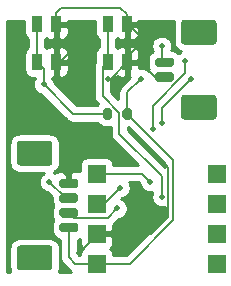
<source format=gbl>
G04 #@! TF.GenerationSoftware,KiCad,Pcbnew,(5.1.10)-1*
G04 #@! TF.CreationDate,2021-06-29T14:50:17+09:00*
G04 #@! TF.ProjectId,ble_spo2_dgmif,626c655f-7370-46f3-925f-64676d69662e,rev?*
G04 #@! TF.SameCoordinates,Original*
G04 #@! TF.FileFunction,Copper,L2,Bot*
G04 #@! TF.FilePolarity,Positive*
%FSLAX46Y46*%
G04 Gerber Fmt 4.6, Leading zero omitted, Abs format (unit mm)*
G04 Created by KiCad (PCBNEW (5.1.10)-1) date 2021-06-29 14:50:17*
%MOMM*%
%LPD*%
G01*
G04 APERTURE LIST*
G04 #@! TA.AperFunction,SMDPad,CuDef*
%ADD10R,0.812800X1.422400*%
G04 #@! TD*
G04 #@! TA.AperFunction,SMDPad,CuDef*
%ADD11R,1.524000X1.524000*%
G04 #@! TD*
G04 #@! TA.AperFunction,ViaPad*
%ADD12C,0.500000*%
G04 #@! TD*
G04 #@! TA.AperFunction,Conductor*
%ADD13C,0.203200*%
G04 #@! TD*
G04 #@! TA.AperFunction,Conductor*
%ADD14C,0.254000*%
G04 #@! TD*
G04 #@! TA.AperFunction,Conductor*
%ADD15C,0.100000*%
G04 #@! TD*
G04 APERTURE END LIST*
D10*
X103175000Y-131600200D03*
X104825000Y-131600200D03*
X104825000Y-128399800D03*
X103175000Y-128399800D03*
X109175000Y-131600200D03*
X110825000Y-131600200D03*
X110825000Y-128399800D03*
X109175000Y-128399800D03*
G04 #@! TA.AperFunction,SMDPad,CuDef*
G36*
G01*
X108775000Y-136275000D02*
X108775000Y-135725000D01*
G75*
G02*
X108975000Y-135525000I200000J0D01*
G01*
X109375000Y-135525000D01*
G75*
G02*
X109575000Y-135725000I0J-200000D01*
G01*
X109575000Y-136275000D01*
G75*
G02*
X109375000Y-136475000I-200000J0D01*
G01*
X108975000Y-136475000D01*
G75*
G02*
X108775000Y-136275000I0J200000D01*
G01*
G37*
G04 #@! TD.AperFunction*
G04 #@! TA.AperFunction,SMDPad,CuDef*
G36*
G01*
X110425000Y-136275000D02*
X110425000Y-135725000D01*
G75*
G02*
X110625000Y-135525000I200000J0D01*
G01*
X111025000Y-135525000D01*
G75*
G02*
X111225000Y-135725000I0J-200000D01*
G01*
X111225000Y-136275000D01*
G75*
G02*
X111025000Y-136475000I-200000J0D01*
G01*
X110625000Y-136475000D01*
G75*
G02*
X110425000Y-136275000I0J200000D01*
G01*
G37*
G04 #@! TD.AperFunction*
D11*
X118410000Y-148676000D03*
X118410000Y-146136000D03*
X118410000Y-143596000D03*
X118410000Y-141056000D03*
X108250000Y-141056000D03*
X108250000Y-143596000D03*
X108250000Y-146136000D03*
X108250000Y-148676000D03*
G04 #@! TA.AperFunction,SMDPad,CuDef*
G36*
G01*
X115650000Y-134375000D02*
X118150000Y-134375000D01*
G75*
G02*
X118400000Y-134625000I0J-250000D01*
G01*
X118400000Y-136225000D01*
G75*
G02*
X118150000Y-136475000I-250000J0D01*
G01*
X115650000Y-136475000D01*
G75*
G02*
X115400000Y-136225000I0J250000D01*
G01*
X115400000Y-134625000D01*
G75*
G02*
X115650000Y-134375000I250000J0D01*
G01*
G37*
G04 #@! TD.AperFunction*
G04 #@! TA.AperFunction,SMDPad,CuDef*
G36*
G01*
X115650000Y-128025000D02*
X118150000Y-128025000D01*
G75*
G02*
X118400000Y-128275000I0J-250000D01*
G01*
X118400000Y-129875000D01*
G75*
G02*
X118150000Y-130125000I-250000J0D01*
G01*
X115650000Y-130125000D01*
G75*
G02*
X115400000Y-129875000I0J250000D01*
G01*
X115400000Y-128275000D01*
G75*
G02*
X115650000Y-128025000I250000J0D01*
G01*
G37*
G04 #@! TD.AperFunction*
G04 #@! TA.AperFunction,SMDPad,CuDef*
G36*
G01*
X113400000Y-132475000D02*
X114600000Y-132475000D01*
G75*
G02*
X114800000Y-132675000I0J-200000D01*
G01*
X114800000Y-133075000D01*
G75*
G02*
X114600000Y-133275000I-200000J0D01*
G01*
X113400000Y-133275000D01*
G75*
G02*
X113200000Y-133075000I0J200000D01*
G01*
X113200000Y-132675000D01*
G75*
G02*
X113400000Y-132475000I200000J0D01*
G01*
G37*
G04 #@! TD.AperFunction*
G04 #@! TA.AperFunction,SMDPad,CuDef*
G36*
G01*
X113400000Y-131225000D02*
X114600000Y-131225000D01*
G75*
G02*
X114800000Y-131425000I0J-200000D01*
G01*
X114800000Y-131825000D01*
G75*
G02*
X114600000Y-132025000I-200000J0D01*
G01*
X113400000Y-132025000D01*
G75*
G02*
X113200000Y-131825000I0J200000D01*
G01*
X113200000Y-131425000D01*
G75*
G02*
X113400000Y-131225000I200000J0D01*
G01*
G37*
G04 #@! TD.AperFunction*
G04 #@! TA.AperFunction,SMDPad,CuDef*
G36*
G01*
X104250000Y-140375000D02*
X101750000Y-140375000D01*
G75*
G02*
X101500000Y-140125000I0J250000D01*
G01*
X101500000Y-138525000D01*
G75*
G02*
X101750000Y-138275000I250000J0D01*
G01*
X104250000Y-138275000D01*
G75*
G02*
X104500000Y-138525000I0J-250000D01*
G01*
X104500000Y-140125000D01*
G75*
G02*
X104250000Y-140375000I-250000J0D01*
G01*
G37*
G04 #@! TD.AperFunction*
G04 #@! TA.AperFunction,SMDPad,CuDef*
G36*
G01*
X104250000Y-149225000D02*
X101750000Y-149225000D01*
G75*
G02*
X101500000Y-148975000I0J250000D01*
G01*
X101500000Y-147375000D01*
G75*
G02*
X101750000Y-147125000I250000J0D01*
G01*
X104250000Y-147125000D01*
G75*
G02*
X104500000Y-147375000I0J-250000D01*
G01*
X104500000Y-148975000D01*
G75*
G02*
X104250000Y-149225000I-250000J0D01*
G01*
G37*
G04 #@! TD.AperFunction*
G04 #@! TA.AperFunction,SMDPad,CuDef*
G36*
G01*
X106500000Y-142275000D02*
X105300000Y-142275000D01*
G75*
G02*
X105100000Y-142075000I0J200000D01*
G01*
X105100000Y-141675000D01*
G75*
G02*
X105300000Y-141475000I200000J0D01*
G01*
X106500000Y-141475000D01*
G75*
G02*
X106700000Y-141675000I0J-200000D01*
G01*
X106700000Y-142075000D01*
G75*
G02*
X106500000Y-142275000I-200000J0D01*
G01*
G37*
G04 #@! TD.AperFunction*
G04 #@! TA.AperFunction,SMDPad,CuDef*
G36*
G01*
X106500000Y-143525000D02*
X105300000Y-143525000D01*
G75*
G02*
X105100000Y-143325000I0J200000D01*
G01*
X105100000Y-142925000D01*
G75*
G02*
X105300000Y-142725000I200000J0D01*
G01*
X106500000Y-142725000D01*
G75*
G02*
X106700000Y-142925000I0J-200000D01*
G01*
X106700000Y-143325000D01*
G75*
G02*
X106500000Y-143525000I-200000J0D01*
G01*
G37*
G04 #@! TD.AperFunction*
G04 #@! TA.AperFunction,SMDPad,CuDef*
G36*
G01*
X106500000Y-144775000D02*
X105300000Y-144775000D01*
G75*
G02*
X105100000Y-144575000I0J200000D01*
G01*
X105100000Y-144175000D01*
G75*
G02*
X105300000Y-143975000I200000J0D01*
G01*
X106500000Y-143975000D01*
G75*
G02*
X106700000Y-144175000I0J-200000D01*
G01*
X106700000Y-144575000D01*
G75*
G02*
X106500000Y-144775000I-200000J0D01*
G01*
G37*
G04 #@! TD.AperFunction*
G04 #@! TA.AperFunction,SMDPad,CuDef*
G36*
G01*
X106500000Y-146025000D02*
X105300000Y-146025000D01*
G75*
G02*
X105100000Y-145825000I0J200000D01*
G01*
X105100000Y-145425000D01*
G75*
G02*
X105300000Y-145225000I200000J0D01*
G01*
X106500000Y-145225000D01*
G75*
G02*
X106700000Y-145425000I0J-200000D01*
G01*
X106700000Y-145825000D01*
G75*
G02*
X106500000Y-146025000I-200000J0D01*
G01*
G37*
G04 #@! TD.AperFunction*
D12*
X107000000Y-129750000D03*
X112250000Y-129750000D03*
X109250000Y-133000000D03*
X106750000Y-147750000D03*
X105750000Y-137000000D03*
X112250000Y-138500000D03*
X104250000Y-141750000D03*
X116250000Y-133000000D03*
X113750000Y-136750000D03*
X110000000Y-144000000D03*
X113750000Y-130250000D03*
X112000000Y-133000000D03*
X113746000Y-143000000D03*
X112750000Y-141750000D03*
X115750000Y-131500000D03*
X113000000Y-137250000D03*
X110250000Y-142250000D03*
X103750000Y-133500000D03*
D13*
X104825000Y-128399800D02*
X105649800Y-128399800D01*
X105649800Y-128399800D02*
X107000000Y-129750000D01*
X113200000Y-132875000D02*
X112250000Y-131925000D01*
X114000000Y-132875000D02*
X113200000Y-132875000D01*
X112250000Y-131925000D02*
X112250000Y-129750000D01*
X110899800Y-128399800D02*
X112250000Y-129750000D01*
X110825000Y-128399800D02*
X110899800Y-128399800D01*
X110825000Y-131175000D02*
X112250000Y-129750000D01*
X110825000Y-131600200D02*
X110825000Y-131175000D01*
X105149800Y-131600200D02*
X104825000Y-131600200D01*
X107000000Y-129750000D02*
X105149800Y-131600200D01*
X110825000Y-128399800D02*
X110825000Y-127575000D01*
X110825000Y-127575000D02*
X110250000Y-127000000D01*
X110250000Y-127000000D02*
X105250000Y-127000000D01*
X104825000Y-127425000D02*
X104825000Y-128399800D01*
X105250000Y-127000000D02*
X104825000Y-127425000D01*
X109425200Y-133000000D02*
X110825000Y-131600200D01*
X109250000Y-133000000D02*
X109425200Y-133000000D01*
X108250000Y-146250000D02*
X106750000Y-147750000D01*
X108250000Y-146136000D02*
X108250000Y-146250000D01*
X105900000Y-141424798D02*
X105500000Y-141024798D01*
X105900000Y-141875000D02*
X105900000Y-141424798D01*
X105500000Y-137250000D02*
X105750000Y-137000000D01*
X105500000Y-141024798D02*
X105500000Y-137250000D01*
X108250000Y-146136000D02*
X112864000Y-146136000D01*
X112864000Y-146136000D02*
X114250000Y-144750000D01*
X114250000Y-144750000D02*
X114250000Y-140500000D01*
X114250000Y-140500000D02*
X112250000Y-138500000D01*
X105900000Y-143125000D02*
X105625000Y-143125000D01*
X105625000Y-143125000D02*
X104250000Y-141750000D01*
X116250000Y-133000000D02*
X113750000Y-135500000D01*
X113750000Y-135500000D02*
X113750000Y-136750000D01*
X106300000Y-144775000D02*
X105900000Y-144375000D01*
X109225000Y-144775000D02*
X106300000Y-144775000D01*
X110000000Y-144000000D02*
X109225000Y-144775000D01*
X113750000Y-131375000D02*
X114000000Y-131625000D01*
X113750000Y-130250000D02*
X113750000Y-131375000D01*
X110825000Y-136000000D02*
X110825000Y-134175000D01*
X110825000Y-134175000D02*
X112000000Y-133000000D01*
X105900000Y-145625000D02*
X105900000Y-148150000D01*
X106426000Y-148676000D02*
X108250000Y-148676000D01*
X105900000Y-148150000D02*
X106426000Y-148676000D01*
X108250000Y-148676000D02*
X111074000Y-148676000D01*
X111074000Y-148676000D02*
X114750000Y-145000000D01*
X114750000Y-139925000D02*
X110825000Y-136000000D01*
X114750000Y-145000000D02*
X114750000Y-139925000D01*
X109175000Y-128399800D02*
X109175000Y-131600200D01*
X110170990Y-135878922D02*
X110170990Y-137670990D01*
X108745999Y-134453931D02*
X110170990Y-135878922D01*
X108745999Y-132029201D02*
X108745999Y-134453931D01*
X109175000Y-131600200D02*
X108745999Y-132029201D01*
X110170990Y-137670990D02*
X113750000Y-141250000D01*
X113750000Y-142996000D02*
X113746000Y-143000000D01*
X113750000Y-141250000D02*
X113750000Y-142996000D01*
X108250000Y-141056000D02*
X112056000Y-141056000D01*
X112056000Y-141056000D02*
X112750000Y-141750000D01*
X115750000Y-132567068D02*
X113000000Y-135317068D01*
X115750000Y-131500000D02*
X115750000Y-132567068D01*
X113000000Y-135317068D02*
X113000000Y-137250000D01*
X108904000Y-143596000D02*
X108250000Y-143596000D01*
X110250000Y-142250000D02*
X108904000Y-143596000D01*
X103750000Y-132175200D02*
X103175000Y-131600200D01*
X103750000Y-133500000D02*
X103750000Y-132175200D01*
X103175000Y-128399800D02*
X103175000Y-131600200D01*
X106250000Y-136000000D02*
X103750000Y-133500000D01*
X109175000Y-136000000D02*
X106250000Y-136000000D01*
D14*
X102130528Y-129111000D02*
X102142788Y-129235482D01*
X102179098Y-129355180D01*
X102238063Y-129465494D01*
X102317415Y-129562185D01*
X102414106Y-129641537D01*
X102438400Y-129654523D01*
X102438401Y-130345477D01*
X102414106Y-130358463D01*
X102317415Y-130437815D01*
X102238063Y-130534506D01*
X102179098Y-130644820D01*
X102142788Y-130764518D01*
X102130528Y-130889000D01*
X102130528Y-132311400D01*
X102142788Y-132435882D01*
X102179098Y-132555580D01*
X102238063Y-132665894D01*
X102317415Y-132762585D01*
X102414106Y-132841937D01*
X102524420Y-132900902D01*
X102644118Y-132937212D01*
X102768600Y-132949472D01*
X103013400Y-132949472D01*
X103013400Y-133009441D01*
X102965723Y-133080795D01*
X102899010Y-133241855D01*
X102865000Y-133412835D01*
X102865000Y-133587165D01*
X102899010Y-133758145D01*
X102965723Y-133919205D01*
X103062576Y-134064155D01*
X103185845Y-134187424D01*
X103330795Y-134284277D01*
X103491855Y-134350990D01*
X103576023Y-134367732D01*
X105703557Y-136495267D01*
X105726625Y-136523375D01*
X105754731Y-136546441D01*
X105754732Y-136546442D01*
X105774596Y-136562744D01*
X105838787Y-136615424D01*
X105966751Y-136683822D01*
X106105601Y-136725942D01*
X106250000Y-136740164D01*
X106286186Y-136736600D01*
X108276027Y-136736600D01*
X108278169Y-136740608D01*
X108382394Y-136867606D01*
X108509392Y-136971831D01*
X108654284Y-137049278D01*
X108811500Y-137096969D01*
X108975000Y-137113072D01*
X109375000Y-137113072D01*
X109434391Y-137107223D01*
X109434391Y-137634797D01*
X109430826Y-137670990D01*
X109440911Y-137773375D01*
X109444928Y-137814155D01*
X109445049Y-137815388D01*
X109487168Y-137954237D01*
X109528527Y-138031614D01*
X109555567Y-138082203D01*
X109647616Y-138194365D01*
X109675722Y-138217431D01*
X111777691Y-140319400D01*
X109650072Y-140319400D01*
X109650072Y-140294000D01*
X109637812Y-140169518D01*
X109601502Y-140049820D01*
X109542537Y-139939506D01*
X109463185Y-139842815D01*
X109366494Y-139763463D01*
X109256180Y-139704498D01*
X109136482Y-139668188D01*
X109012000Y-139655928D01*
X107488000Y-139655928D01*
X107363518Y-139668188D01*
X107243820Y-139704498D01*
X107133506Y-139763463D01*
X107036815Y-139842815D01*
X106957463Y-139939506D01*
X106898498Y-140049820D01*
X106862188Y-140169518D01*
X106849928Y-140294000D01*
X106849928Y-140856907D01*
X106824482Y-140849188D01*
X106700000Y-140836928D01*
X106185750Y-140840000D01*
X106027000Y-140998750D01*
X106027000Y-141748000D01*
X106047000Y-141748000D01*
X106047000Y-142002000D01*
X106027000Y-142002000D01*
X106027000Y-142022000D01*
X105773000Y-142022000D01*
X105773000Y-142002000D01*
X105753000Y-142002000D01*
X105753000Y-141748000D01*
X105773000Y-141748000D01*
X105773000Y-140998750D01*
X105614250Y-140840000D01*
X105100000Y-140836928D01*
X104975518Y-140849188D01*
X104855820Y-140885498D01*
X104745506Y-140944463D01*
X104696984Y-140984284D01*
X104669205Y-140965723D01*
X104603151Y-140938363D01*
X104743386Y-140863405D01*
X104877962Y-140752962D01*
X104988405Y-140618386D01*
X105070472Y-140464850D01*
X105121008Y-140298254D01*
X105138072Y-140125000D01*
X105138072Y-138525000D01*
X105121008Y-138351746D01*
X105070472Y-138185150D01*
X104988405Y-138031614D01*
X104877962Y-137897038D01*
X104743386Y-137786595D01*
X104589850Y-137704528D01*
X104423254Y-137653992D01*
X104250000Y-137636928D01*
X101750000Y-137636928D01*
X101576746Y-137653992D01*
X101410150Y-137704528D01*
X101256614Y-137786595D01*
X101122038Y-137897038D01*
X101011595Y-138031614D01*
X100929528Y-138185150D01*
X100878992Y-138351746D01*
X100861928Y-138525000D01*
X100861928Y-140125000D01*
X100878992Y-140298254D01*
X100929528Y-140464850D01*
X101011595Y-140618386D01*
X101122038Y-140752962D01*
X101256614Y-140863405D01*
X101410150Y-140945472D01*
X101576746Y-140996008D01*
X101750000Y-141013072D01*
X103759933Y-141013072D01*
X103685845Y-141062576D01*
X103562576Y-141185845D01*
X103465723Y-141330795D01*
X103399010Y-141491855D01*
X103365000Y-141662835D01*
X103365000Y-141837165D01*
X103399010Y-142008145D01*
X103465723Y-142169205D01*
X103562576Y-142314155D01*
X103685845Y-142437424D01*
X103830795Y-142534277D01*
X103991855Y-142600990D01*
X104076023Y-142617732D01*
X104461928Y-143003638D01*
X104461928Y-143325000D01*
X104478031Y-143488500D01*
X104525722Y-143645716D01*
X104581463Y-143750000D01*
X104525722Y-143854284D01*
X104478031Y-144011500D01*
X104461928Y-144175000D01*
X104461928Y-144575000D01*
X104478031Y-144738500D01*
X104525722Y-144895716D01*
X104581463Y-145000000D01*
X104525722Y-145104284D01*
X104478031Y-145261500D01*
X104461928Y-145425000D01*
X104461928Y-145825000D01*
X104478031Y-145988500D01*
X104525722Y-146145716D01*
X104603169Y-146290608D01*
X104707394Y-146417606D01*
X104834392Y-146521831D01*
X104979284Y-146599278D01*
X105136500Y-146646969D01*
X105163400Y-146649618D01*
X105163401Y-148113807D01*
X105159836Y-148150000D01*
X105174059Y-148294398D01*
X105216178Y-148433247D01*
X105268750Y-148531602D01*
X105284577Y-148561213D01*
X105376626Y-148673375D01*
X105404732Y-148696441D01*
X105879554Y-149171263D01*
X105902625Y-149199375D01*
X106014787Y-149291424D01*
X106105667Y-149340000D01*
X105057029Y-149340000D01*
X105070472Y-149314850D01*
X105121008Y-149148254D01*
X105138072Y-148975000D01*
X105138072Y-147375000D01*
X105121008Y-147201746D01*
X105070472Y-147035150D01*
X104988405Y-146881614D01*
X104877962Y-146747038D01*
X104743386Y-146636595D01*
X104589850Y-146554528D01*
X104423254Y-146503992D01*
X104250000Y-146486928D01*
X101750000Y-146486928D01*
X101576746Y-146503992D01*
X101410150Y-146554528D01*
X101256614Y-146636595D01*
X101122038Y-146747038D01*
X101011595Y-146881614D01*
X100929528Y-147035150D01*
X100878992Y-147201746D01*
X100861928Y-147375000D01*
X100861928Y-148975000D01*
X100878992Y-149148254D01*
X100929528Y-149314850D01*
X100942971Y-149340000D01*
X100660000Y-149340000D01*
X100660000Y-128127000D01*
X102130528Y-128127000D01*
X102130528Y-129111000D01*
G04 #@! TA.AperFunction,Conductor*
D15*
G36*
X102130528Y-129111000D02*
G01*
X102142788Y-129235482D01*
X102179098Y-129355180D01*
X102238063Y-129465494D01*
X102317415Y-129562185D01*
X102414106Y-129641537D01*
X102438400Y-129654523D01*
X102438401Y-130345477D01*
X102414106Y-130358463D01*
X102317415Y-130437815D01*
X102238063Y-130534506D01*
X102179098Y-130644820D01*
X102142788Y-130764518D01*
X102130528Y-130889000D01*
X102130528Y-132311400D01*
X102142788Y-132435882D01*
X102179098Y-132555580D01*
X102238063Y-132665894D01*
X102317415Y-132762585D01*
X102414106Y-132841937D01*
X102524420Y-132900902D01*
X102644118Y-132937212D01*
X102768600Y-132949472D01*
X103013400Y-132949472D01*
X103013400Y-133009441D01*
X102965723Y-133080795D01*
X102899010Y-133241855D01*
X102865000Y-133412835D01*
X102865000Y-133587165D01*
X102899010Y-133758145D01*
X102965723Y-133919205D01*
X103062576Y-134064155D01*
X103185845Y-134187424D01*
X103330795Y-134284277D01*
X103491855Y-134350990D01*
X103576023Y-134367732D01*
X105703557Y-136495267D01*
X105726625Y-136523375D01*
X105754731Y-136546441D01*
X105754732Y-136546442D01*
X105774596Y-136562744D01*
X105838787Y-136615424D01*
X105966751Y-136683822D01*
X106105601Y-136725942D01*
X106250000Y-136740164D01*
X106286186Y-136736600D01*
X108276027Y-136736600D01*
X108278169Y-136740608D01*
X108382394Y-136867606D01*
X108509392Y-136971831D01*
X108654284Y-137049278D01*
X108811500Y-137096969D01*
X108975000Y-137113072D01*
X109375000Y-137113072D01*
X109434391Y-137107223D01*
X109434391Y-137634797D01*
X109430826Y-137670990D01*
X109440911Y-137773375D01*
X109444928Y-137814155D01*
X109445049Y-137815388D01*
X109487168Y-137954237D01*
X109528527Y-138031614D01*
X109555567Y-138082203D01*
X109647616Y-138194365D01*
X109675722Y-138217431D01*
X111777691Y-140319400D01*
X109650072Y-140319400D01*
X109650072Y-140294000D01*
X109637812Y-140169518D01*
X109601502Y-140049820D01*
X109542537Y-139939506D01*
X109463185Y-139842815D01*
X109366494Y-139763463D01*
X109256180Y-139704498D01*
X109136482Y-139668188D01*
X109012000Y-139655928D01*
X107488000Y-139655928D01*
X107363518Y-139668188D01*
X107243820Y-139704498D01*
X107133506Y-139763463D01*
X107036815Y-139842815D01*
X106957463Y-139939506D01*
X106898498Y-140049820D01*
X106862188Y-140169518D01*
X106849928Y-140294000D01*
X106849928Y-140856907D01*
X106824482Y-140849188D01*
X106700000Y-140836928D01*
X106185750Y-140840000D01*
X106027000Y-140998750D01*
X106027000Y-141748000D01*
X106047000Y-141748000D01*
X106047000Y-142002000D01*
X106027000Y-142002000D01*
X106027000Y-142022000D01*
X105773000Y-142022000D01*
X105773000Y-142002000D01*
X105753000Y-142002000D01*
X105753000Y-141748000D01*
X105773000Y-141748000D01*
X105773000Y-140998750D01*
X105614250Y-140840000D01*
X105100000Y-140836928D01*
X104975518Y-140849188D01*
X104855820Y-140885498D01*
X104745506Y-140944463D01*
X104696984Y-140984284D01*
X104669205Y-140965723D01*
X104603151Y-140938363D01*
X104743386Y-140863405D01*
X104877962Y-140752962D01*
X104988405Y-140618386D01*
X105070472Y-140464850D01*
X105121008Y-140298254D01*
X105138072Y-140125000D01*
X105138072Y-138525000D01*
X105121008Y-138351746D01*
X105070472Y-138185150D01*
X104988405Y-138031614D01*
X104877962Y-137897038D01*
X104743386Y-137786595D01*
X104589850Y-137704528D01*
X104423254Y-137653992D01*
X104250000Y-137636928D01*
X101750000Y-137636928D01*
X101576746Y-137653992D01*
X101410150Y-137704528D01*
X101256614Y-137786595D01*
X101122038Y-137897038D01*
X101011595Y-138031614D01*
X100929528Y-138185150D01*
X100878992Y-138351746D01*
X100861928Y-138525000D01*
X100861928Y-140125000D01*
X100878992Y-140298254D01*
X100929528Y-140464850D01*
X101011595Y-140618386D01*
X101122038Y-140752962D01*
X101256614Y-140863405D01*
X101410150Y-140945472D01*
X101576746Y-140996008D01*
X101750000Y-141013072D01*
X103759933Y-141013072D01*
X103685845Y-141062576D01*
X103562576Y-141185845D01*
X103465723Y-141330795D01*
X103399010Y-141491855D01*
X103365000Y-141662835D01*
X103365000Y-141837165D01*
X103399010Y-142008145D01*
X103465723Y-142169205D01*
X103562576Y-142314155D01*
X103685845Y-142437424D01*
X103830795Y-142534277D01*
X103991855Y-142600990D01*
X104076023Y-142617732D01*
X104461928Y-143003638D01*
X104461928Y-143325000D01*
X104478031Y-143488500D01*
X104525722Y-143645716D01*
X104581463Y-143750000D01*
X104525722Y-143854284D01*
X104478031Y-144011500D01*
X104461928Y-144175000D01*
X104461928Y-144575000D01*
X104478031Y-144738500D01*
X104525722Y-144895716D01*
X104581463Y-145000000D01*
X104525722Y-145104284D01*
X104478031Y-145261500D01*
X104461928Y-145425000D01*
X104461928Y-145825000D01*
X104478031Y-145988500D01*
X104525722Y-146145716D01*
X104603169Y-146290608D01*
X104707394Y-146417606D01*
X104834392Y-146521831D01*
X104979284Y-146599278D01*
X105136500Y-146646969D01*
X105163400Y-146649618D01*
X105163401Y-148113807D01*
X105159836Y-148150000D01*
X105174059Y-148294398D01*
X105216178Y-148433247D01*
X105268750Y-148531602D01*
X105284577Y-148561213D01*
X105376626Y-148673375D01*
X105404732Y-148696441D01*
X105879554Y-149171263D01*
X105902625Y-149199375D01*
X106014787Y-149291424D01*
X106105667Y-149340000D01*
X105057029Y-149340000D01*
X105070472Y-149314850D01*
X105121008Y-149148254D01*
X105138072Y-148975000D01*
X105138072Y-147375000D01*
X105121008Y-147201746D01*
X105070472Y-147035150D01*
X104988405Y-146881614D01*
X104877962Y-146747038D01*
X104743386Y-146636595D01*
X104589850Y-146554528D01*
X104423254Y-146503992D01*
X104250000Y-146486928D01*
X101750000Y-146486928D01*
X101576746Y-146503992D01*
X101410150Y-146554528D01*
X101256614Y-146636595D01*
X101122038Y-146747038D01*
X101011595Y-146881614D01*
X100929528Y-147035150D01*
X100878992Y-147201746D01*
X100861928Y-147375000D01*
X100861928Y-148975000D01*
X100878992Y-149148254D01*
X100929528Y-149314850D01*
X100942971Y-149340000D01*
X100660000Y-149340000D01*
X100660000Y-128127000D01*
X102130528Y-128127000D01*
X102130528Y-129111000D01*
G37*
G04 #@! TD.AperFunction*
D14*
X106849928Y-146898000D02*
X106862188Y-147022482D01*
X106898498Y-147142180D01*
X106957463Y-147252494D01*
X107036815Y-147349185D01*
X107106044Y-147406000D01*
X107036815Y-147462815D01*
X106957463Y-147559506D01*
X106898498Y-147669820D01*
X106862188Y-147789518D01*
X106849928Y-147914000D01*
X106849928Y-147939400D01*
X106731109Y-147939400D01*
X106636600Y-147844891D01*
X106636600Y-146649618D01*
X106663500Y-146646969D01*
X106820716Y-146599278D01*
X106851963Y-146582576D01*
X106849928Y-146898000D01*
G04 #@! TA.AperFunction,Conductor*
D15*
G36*
X106849928Y-146898000D02*
G01*
X106862188Y-147022482D01*
X106898498Y-147142180D01*
X106957463Y-147252494D01*
X107036815Y-147349185D01*
X107106044Y-147406000D01*
X107036815Y-147462815D01*
X106957463Y-147559506D01*
X106898498Y-147669820D01*
X106862188Y-147789518D01*
X106849928Y-147914000D01*
X106849928Y-147939400D01*
X106731109Y-147939400D01*
X106636600Y-147844891D01*
X106636600Y-146649618D01*
X106663500Y-146646969D01*
X106820716Y-146599278D01*
X106851963Y-146582576D01*
X106849928Y-146898000D01*
G37*
G04 #@! TD.AperFunction*
D14*
X111882268Y-141923978D02*
X111899010Y-142008145D01*
X111965723Y-142169205D01*
X112062576Y-142314155D01*
X112185845Y-142437424D01*
X112330795Y-142534277D01*
X112491855Y-142600990D01*
X112662835Y-142635000D01*
X112837165Y-142635000D01*
X112948439Y-142612866D01*
X112895010Y-142741855D01*
X112861000Y-142912835D01*
X112861000Y-143087165D01*
X112895010Y-143258145D01*
X112961723Y-143419205D01*
X113058576Y-143564155D01*
X113181845Y-143687424D01*
X113326795Y-143784277D01*
X113487855Y-143850990D01*
X113658835Y-143885000D01*
X113833165Y-143885000D01*
X114004145Y-143850990D01*
X114013400Y-143847156D01*
X114013400Y-144694890D01*
X110768891Y-147939400D01*
X109650072Y-147939400D01*
X109650072Y-147914000D01*
X109637812Y-147789518D01*
X109601502Y-147669820D01*
X109542537Y-147559506D01*
X109463185Y-147462815D01*
X109393956Y-147406000D01*
X109463185Y-147349185D01*
X109542537Y-147252494D01*
X109601502Y-147142180D01*
X109637812Y-147022482D01*
X109650072Y-146898000D01*
X109647000Y-146421750D01*
X109488250Y-146263000D01*
X108377000Y-146263000D01*
X108377000Y-146283000D01*
X108123000Y-146283000D01*
X108123000Y-146263000D01*
X108103000Y-146263000D01*
X108103000Y-146009000D01*
X108123000Y-146009000D01*
X108123000Y-145989000D01*
X108377000Y-145989000D01*
X108377000Y-146009000D01*
X109488250Y-146009000D01*
X109647000Y-145850250D01*
X109650039Y-145379077D01*
X109748375Y-145298375D01*
X109771445Y-145270264D01*
X110173978Y-144867732D01*
X110258145Y-144850990D01*
X110419205Y-144784277D01*
X110564155Y-144687424D01*
X110687424Y-144564155D01*
X110784277Y-144419205D01*
X110850990Y-144258145D01*
X110885000Y-144087165D01*
X110885000Y-143912835D01*
X110850990Y-143741855D01*
X110784277Y-143580795D01*
X110687424Y-143435845D01*
X110564155Y-143312576D01*
X110419205Y-143215723D01*
X110353289Y-143188420D01*
X110423977Y-143117732D01*
X110508145Y-143100990D01*
X110669205Y-143034277D01*
X110814155Y-142937424D01*
X110937424Y-142814155D01*
X111034277Y-142669205D01*
X111100990Y-142508145D01*
X111135000Y-142337165D01*
X111135000Y-142162835D01*
X111100990Y-141991855D01*
X111034277Y-141830795D01*
X111008756Y-141792600D01*
X111750891Y-141792600D01*
X111882268Y-141923978D01*
G04 #@! TA.AperFunction,Conductor*
D15*
G36*
X111882268Y-141923978D02*
G01*
X111899010Y-142008145D01*
X111965723Y-142169205D01*
X112062576Y-142314155D01*
X112185845Y-142437424D01*
X112330795Y-142534277D01*
X112491855Y-142600990D01*
X112662835Y-142635000D01*
X112837165Y-142635000D01*
X112948439Y-142612866D01*
X112895010Y-142741855D01*
X112861000Y-142912835D01*
X112861000Y-143087165D01*
X112895010Y-143258145D01*
X112961723Y-143419205D01*
X113058576Y-143564155D01*
X113181845Y-143687424D01*
X113326795Y-143784277D01*
X113487855Y-143850990D01*
X113658835Y-143885000D01*
X113833165Y-143885000D01*
X114004145Y-143850990D01*
X114013400Y-143847156D01*
X114013400Y-144694890D01*
X110768891Y-147939400D01*
X109650072Y-147939400D01*
X109650072Y-147914000D01*
X109637812Y-147789518D01*
X109601502Y-147669820D01*
X109542537Y-147559506D01*
X109463185Y-147462815D01*
X109393956Y-147406000D01*
X109463185Y-147349185D01*
X109542537Y-147252494D01*
X109601502Y-147142180D01*
X109637812Y-147022482D01*
X109650072Y-146898000D01*
X109647000Y-146421750D01*
X109488250Y-146263000D01*
X108377000Y-146263000D01*
X108377000Y-146283000D01*
X108123000Y-146283000D01*
X108123000Y-146263000D01*
X108103000Y-146263000D01*
X108103000Y-146009000D01*
X108123000Y-146009000D01*
X108123000Y-145989000D01*
X108377000Y-145989000D01*
X108377000Y-146009000D01*
X109488250Y-146009000D01*
X109647000Y-145850250D01*
X109650039Y-145379077D01*
X109748375Y-145298375D01*
X109771445Y-145270264D01*
X110173978Y-144867732D01*
X110258145Y-144850990D01*
X110419205Y-144784277D01*
X110564155Y-144687424D01*
X110687424Y-144564155D01*
X110784277Y-144419205D01*
X110850990Y-144258145D01*
X110885000Y-144087165D01*
X110885000Y-143912835D01*
X110850990Y-143741855D01*
X110784277Y-143580795D01*
X110687424Y-143435845D01*
X110564155Y-143312576D01*
X110419205Y-143215723D01*
X110353289Y-143188420D01*
X110423977Y-143117732D01*
X110508145Y-143100990D01*
X110669205Y-143034277D01*
X110814155Y-142937424D01*
X110937424Y-142814155D01*
X111034277Y-142669205D01*
X111100990Y-142508145D01*
X111135000Y-142337165D01*
X111135000Y-142162835D01*
X111100990Y-141991855D01*
X111034277Y-141830795D01*
X111008756Y-141792600D01*
X111750891Y-141792600D01*
X111882268Y-141923978D01*
G37*
G04 #@! TD.AperFunction*
D14*
X114013401Y-140230111D02*
X114013401Y-140471692D01*
X110907590Y-137365881D01*
X110907590Y-137124299D01*
X114013401Y-140230111D01*
G04 #@! TA.AperFunction,Conductor*
D15*
G36*
X114013401Y-140230111D02*
G01*
X114013401Y-140471692D01*
X110907590Y-137365881D01*
X110907590Y-137124299D01*
X114013401Y-140230111D01*
G37*
G04 #@! TD.AperFunction*
D14*
X108130528Y-129111000D02*
X108142788Y-129235482D01*
X108179098Y-129355180D01*
X108238063Y-129465494D01*
X108317415Y-129562185D01*
X108414106Y-129641537D01*
X108438400Y-129654523D01*
X108438401Y-130345477D01*
X108414106Y-130358463D01*
X108317415Y-130437815D01*
X108238063Y-130534506D01*
X108179098Y-130644820D01*
X108142788Y-130764518D01*
X108130528Y-130889000D01*
X108130528Y-131618077D01*
X108062177Y-131745953D01*
X108020057Y-131884803D01*
X108013474Y-131951645D01*
X108005835Y-132029201D01*
X108009399Y-132065385D01*
X108009400Y-134417738D01*
X108005835Y-134453931D01*
X108017948Y-134576904D01*
X108019349Y-134591126D01*
X108020058Y-134598329D01*
X108062177Y-134737178D01*
X108130575Y-134865143D01*
X108163987Y-134905855D01*
X108222625Y-134977306D01*
X108250731Y-135000372D01*
X108382591Y-135132232D01*
X108382394Y-135132394D01*
X108278169Y-135259392D01*
X108276027Y-135263400D01*
X106555110Y-135263400D01*
X104617732Y-133326023D01*
X104600990Y-133241855D01*
X104534277Y-133080795D01*
X104486600Y-133009442D01*
X104486600Y-132947741D01*
X104539250Y-132946400D01*
X104698000Y-132787650D01*
X104698000Y-131727200D01*
X104952000Y-131727200D01*
X104952000Y-132787650D01*
X105110750Y-132946400D01*
X105231400Y-132949472D01*
X105355882Y-132937212D01*
X105475580Y-132900902D01*
X105585894Y-132841937D01*
X105682585Y-132762585D01*
X105761937Y-132665894D01*
X105820902Y-132555580D01*
X105857212Y-132435882D01*
X105869472Y-132311400D01*
X105866400Y-131885950D01*
X105707650Y-131727200D01*
X104952000Y-131727200D01*
X104698000Y-131727200D01*
X104678000Y-131727200D01*
X104678000Y-131473200D01*
X104698000Y-131473200D01*
X104698000Y-130412750D01*
X104952000Y-130412750D01*
X104952000Y-131473200D01*
X105707650Y-131473200D01*
X105866400Y-131314450D01*
X105869472Y-130889000D01*
X105857212Y-130764518D01*
X105820902Y-130644820D01*
X105761937Y-130534506D01*
X105682585Y-130437815D01*
X105585894Y-130358463D01*
X105475580Y-130299498D01*
X105355882Y-130263188D01*
X105231400Y-130250928D01*
X105110750Y-130254000D01*
X104952000Y-130412750D01*
X104698000Y-130412750D01*
X104539250Y-130254000D01*
X104418600Y-130250928D01*
X104294118Y-130263188D01*
X104174420Y-130299498D01*
X104064106Y-130358463D01*
X104000000Y-130411073D01*
X103935894Y-130358463D01*
X103911600Y-130345477D01*
X103911600Y-129654523D01*
X103935894Y-129641537D01*
X104000000Y-129588927D01*
X104064106Y-129641537D01*
X104174420Y-129700502D01*
X104294118Y-129736812D01*
X104418600Y-129749072D01*
X104539250Y-129746000D01*
X104698000Y-129587250D01*
X104698000Y-128526800D01*
X104952000Y-128526800D01*
X104952000Y-129587250D01*
X105110750Y-129746000D01*
X105231400Y-129749072D01*
X105355882Y-129736812D01*
X105475580Y-129700502D01*
X105585894Y-129641537D01*
X105682585Y-129562185D01*
X105761937Y-129465494D01*
X105820902Y-129355180D01*
X105857212Y-129235482D01*
X105869472Y-129111000D01*
X105866400Y-128685550D01*
X105707650Y-128526800D01*
X104952000Y-128526800D01*
X104698000Y-128526800D01*
X104678000Y-128526800D01*
X104678000Y-128272800D01*
X104698000Y-128272800D01*
X104698000Y-128252800D01*
X104952000Y-128252800D01*
X104952000Y-128272800D01*
X105707650Y-128272800D01*
X105853450Y-128127000D01*
X108130528Y-128127000D01*
X108130528Y-129111000D01*
G04 #@! TA.AperFunction,Conductor*
D15*
G36*
X108130528Y-129111000D02*
G01*
X108142788Y-129235482D01*
X108179098Y-129355180D01*
X108238063Y-129465494D01*
X108317415Y-129562185D01*
X108414106Y-129641537D01*
X108438400Y-129654523D01*
X108438401Y-130345477D01*
X108414106Y-130358463D01*
X108317415Y-130437815D01*
X108238063Y-130534506D01*
X108179098Y-130644820D01*
X108142788Y-130764518D01*
X108130528Y-130889000D01*
X108130528Y-131618077D01*
X108062177Y-131745953D01*
X108020057Y-131884803D01*
X108013474Y-131951645D01*
X108005835Y-132029201D01*
X108009399Y-132065385D01*
X108009400Y-134417738D01*
X108005835Y-134453931D01*
X108017948Y-134576904D01*
X108019349Y-134591126D01*
X108020058Y-134598329D01*
X108062177Y-134737178D01*
X108130575Y-134865143D01*
X108163987Y-134905855D01*
X108222625Y-134977306D01*
X108250731Y-135000372D01*
X108382591Y-135132232D01*
X108382394Y-135132394D01*
X108278169Y-135259392D01*
X108276027Y-135263400D01*
X106555110Y-135263400D01*
X104617732Y-133326023D01*
X104600990Y-133241855D01*
X104534277Y-133080795D01*
X104486600Y-133009442D01*
X104486600Y-132947741D01*
X104539250Y-132946400D01*
X104698000Y-132787650D01*
X104698000Y-131727200D01*
X104952000Y-131727200D01*
X104952000Y-132787650D01*
X105110750Y-132946400D01*
X105231400Y-132949472D01*
X105355882Y-132937212D01*
X105475580Y-132900902D01*
X105585894Y-132841937D01*
X105682585Y-132762585D01*
X105761937Y-132665894D01*
X105820902Y-132555580D01*
X105857212Y-132435882D01*
X105869472Y-132311400D01*
X105866400Y-131885950D01*
X105707650Y-131727200D01*
X104952000Y-131727200D01*
X104698000Y-131727200D01*
X104678000Y-131727200D01*
X104678000Y-131473200D01*
X104698000Y-131473200D01*
X104698000Y-130412750D01*
X104952000Y-130412750D01*
X104952000Y-131473200D01*
X105707650Y-131473200D01*
X105866400Y-131314450D01*
X105869472Y-130889000D01*
X105857212Y-130764518D01*
X105820902Y-130644820D01*
X105761937Y-130534506D01*
X105682585Y-130437815D01*
X105585894Y-130358463D01*
X105475580Y-130299498D01*
X105355882Y-130263188D01*
X105231400Y-130250928D01*
X105110750Y-130254000D01*
X104952000Y-130412750D01*
X104698000Y-130412750D01*
X104539250Y-130254000D01*
X104418600Y-130250928D01*
X104294118Y-130263188D01*
X104174420Y-130299498D01*
X104064106Y-130358463D01*
X104000000Y-130411073D01*
X103935894Y-130358463D01*
X103911600Y-130345477D01*
X103911600Y-129654523D01*
X103935894Y-129641537D01*
X104000000Y-129588927D01*
X104064106Y-129641537D01*
X104174420Y-129700502D01*
X104294118Y-129736812D01*
X104418600Y-129749072D01*
X104539250Y-129746000D01*
X104698000Y-129587250D01*
X104698000Y-128526800D01*
X104952000Y-128526800D01*
X104952000Y-129587250D01*
X105110750Y-129746000D01*
X105231400Y-129749072D01*
X105355882Y-129736812D01*
X105475580Y-129700502D01*
X105585894Y-129641537D01*
X105682585Y-129562185D01*
X105761937Y-129465494D01*
X105820902Y-129355180D01*
X105857212Y-129235482D01*
X105869472Y-129111000D01*
X105866400Y-128685550D01*
X105707650Y-128526800D01*
X104952000Y-128526800D01*
X104698000Y-128526800D01*
X104678000Y-128526800D01*
X104678000Y-128272800D01*
X104698000Y-128272800D01*
X104698000Y-128252800D01*
X104952000Y-128252800D01*
X104952000Y-128272800D01*
X105707650Y-128272800D01*
X105853450Y-128127000D01*
X108130528Y-128127000D01*
X108130528Y-129111000D01*
G37*
G04 #@! TD.AperFunction*
D14*
X114761928Y-128275000D02*
X114761928Y-129875000D01*
X114778992Y-130048254D01*
X114829528Y-130214850D01*
X114911595Y-130368386D01*
X115022038Y-130502962D01*
X115156614Y-130613405D01*
X115310150Y-130695472D01*
X115350290Y-130707648D01*
X115330795Y-130715723D01*
X115185845Y-130812576D01*
X115178008Y-130820413D01*
X115065608Y-130728169D01*
X114920716Y-130650722D01*
X114763500Y-130603031D01*
X114600000Y-130586928D01*
X114568357Y-130586928D01*
X114600990Y-130508145D01*
X114635000Y-130337165D01*
X114635000Y-130162835D01*
X114600990Y-129991855D01*
X114534277Y-129830795D01*
X114437424Y-129685845D01*
X114314155Y-129562576D01*
X114169205Y-129465723D01*
X114008145Y-129399010D01*
X113837165Y-129365000D01*
X113662835Y-129365000D01*
X113491855Y-129399010D01*
X113330795Y-129465723D01*
X113185845Y-129562576D01*
X113062576Y-129685845D01*
X112965723Y-129830795D01*
X112899010Y-129991855D01*
X112865000Y-130162835D01*
X112865000Y-130337165D01*
X112899010Y-130508145D01*
X112965723Y-130669205D01*
X112986508Y-130700312D01*
X112934392Y-130728169D01*
X112807394Y-130832394D01*
X112703169Y-130959392D01*
X112625722Y-131104284D01*
X112578031Y-131261500D01*
X112561928Y-131425000D01*
X112561928Y-131825000D01*
X112578031Y-131988500D01*
X112625722Y-132145716D01*
X112640855Y-132174027D01*
X112610498Y-132230820D01*
X112580684Y-132329105D01*
X112564155Y-132312576D01*
X112419205Y-132215723D01*
X112258145Y-132149010D01*
X112087165Y-132115000D01*
X111912835Y-132115000D01*
X111868118Y-132123895D01*
X111866400Y-131885950D01*
X111707650Y-131727200D01*
X110952000Y-131727200D01*
X110952000Y-132787650D01*
X111061320Y-132896970D01*
X110329732Y-133628559D01*
X110301626Y-133651625D01*
X110278560Y-133679731D01*
X110278558Y-133679733D01*
X110209576Y-133763788D01*
X110187261Y-133805537D01*
X110144788Y-133885000D01*
X110141178Y-133891753D01*
X110135275Y-133911213D01*
X110101252Y-134023374D01*
X110099059Y-134030602D01*
X110084836Y-134175000D01*
X110088401Y-134211193D01*
X110088401Y-134754623D01*
X109482599Y-134148822D01*
X109482599Y-132949472D01*
X109581400Y-132949472D01*
X109705882Y-132937212D01*
X109825580Y-132900902D01*
X109935894Y-132841937D01*
X110000000Y-132789327D01*
X110064106Y-132841937D01*
X110174420Y-132900902D01*
X110294118Y-132937212D01*
X110418600Y-132949472D01*
X110539250Y-132946400D01*
X110698000Y-132787650D01*
X110698000Y-131727200D01*
X110678000Y-131727200D01*
X110678000Y-131473200D01*
X110698000Y-131473200D01*
X110698000Y-130412750D01*
X110952000Y-130412750D01*
X110952000Y-131473200D01*
X111707650Y-131473200D01*
X111866400Y-131314450D01*
X111869472Y-130889000D01*
X111857212Y-130764518D01*
X111820902Y-130644820D01*
X111761937Y-130534506D01*
X111682585Y-130437815D01*
X111585894Y-130358463D01*
X111475580Y-130299498D01*
X111355882Y-130263188D01*
X111231400Y-130250928D01*
X111110750Y-130254000D01*
X110952000Y-130412750D01*
X110698000Y-130412750D01*
X110539250Y-130254000D01*
X110418600Y-130250928D01*
X110294118Y-130263188D01*
X110174420Y-130299498D01*
X110064106Y-130358463D01*
X110000000Y-130411073D01*
X109935894Y-130358463D01*
X109911600Y-130345477D01*
X109911600Y-129654523D01*
X109935894Y-129641537D01*
X110000000Y-129588927D01*
X110064106Y-129641537D01*
X110174420Y-129700502D01*
X110294118Y-129736812D01*
X110418600Y-129749072D01*
X110539250Y-129746000D01*
X110698000Y-129587250D01*
X110698000Y-128526800D01*
X110952000Y-128526800D01*
X110952000Y-129587250D01*
X111110750Y-129746000D01*
X111231400Y-129749072D01*
X111355882Y-129736812D01*
X111475580Y-129700502D01*
X111585894Y-129641537D01*
X111682585Y-129562185D01*
X111761937Y-129465494D01*
X111820902Y-129355180D01*
X111857212Y-129235482D01*
X111869472Y-129111000D01*
X111866400Y-128685550D01*
X111707650Y-128526800D01*
X110952000Y-128526800D01*
X110698000Y-128526800D01*
X110678000Y-128526800D01*
X110678000Y-128272800D01*
X110698000Y-128272800D01*
X110698000Y-128252800D01*
X110952000Y-128252800D01*
X110952000Y-128272800D01*
X111707650Y-128272800D01*
X111853450Y-128127000D01*
X114776505Y-128127000D01*
X114761928Y-128275000D01*
G04 #@! TA.AperFunction,Conductor*
D15*
G36*
X114761928Y-128275000D02*
G01*
X114761928Y-129875000D01*
X114778992Y-130048254D01*
X114829528Y-130214850D01*
X114911595Y-130368386D01*
X115022038Y-130502962D01*
X115156614Y-130613405D01*
X115310150Y-130695472D01*
X115350290Y-130707648D01*
X115330795Y-130715723D01*
X115185845Y-130812576D01*
X115178008Y-130820413D01*
X115065608Y-130728169D01*
X114920716Y-130650722D01*
X114763500Y-130603031D01*
X114600000Y-130586928D01*
X114568357Y-130586928D01*
X114600990Y-130508145D01*
X114635000Y-130337165D01*
X114635000Y-130162835D01*
X114600990Y-129991855D01*
X114534277Y-129830795D01*
X114437424Y-129685845D01*
X114314155Y-129562576D01*
X114169205Y-129465723D01*
X114008145Y-129399010D01*
X113837165Y-129365000D01*
X113662835Y-129365000D01*
X113491855Y-129399010D01*
X113330795Y-129465723D01*
X113185845Y-129562576D01*
X113062576Y-129685845D01*
X112965723Y-129830795D01*
X112899010Y-129991855D01*
X112865000Y-130162835D01*
X112865000Y-130337165D01*
X112899010Y-130508145D01*
X112965723Y-130669205D01*
X112986508Y-130700312D01*
X112934392Y-130728169D01*
X112807394Y-130832394D01*
X112703169Y-130959392D01*
X112625722Y-131104284D01*
X112578031Y-131261500D01*
X112561928Y-131425000D01*
X112561928Y-131825000D01*
X112578031Y-131988500D01*
X112625722Y-132145716D01*
X112640855Y-132174027D01*
X112610498Y-132230820D01*
X112580684Y-132329105D01*
X112564155Y-132312576D01*
X112419205Y-132215723D01*
X112258145Y-132149010D01*
X112087165Y-132115000D01*
X111912835Y-132115000D01*
X111868118Y-132123895D01*
X111866400Y-131885950D01*
X111707650Y-131727200D01*
X110952000Y-131727200D01*
X110952000Y-132787650D01*
X111061320Y-132896970D01*
X110329732Y-133628559D01*
X110301626Y-133651625D01*
X110278560Y-133679731D01*
X110278558Y-133679733D01*
X110209576Y-133763788D01*
X110187261Y-133805537D01*
X110144788Y-133885000D01*
X110141178Y-133891753D01*
X110135275Y-133911213D01*
X110101252Y-134023374D01*
X110099059Y-134030602D01*
X110084836Y-134175000D01*
X110088401Y-134211193D01*
X110088401Y-134754623D01*
X109482599Y-134148822D01*
X109482599Y-132949472D01*
X109581400Y-132949472D01*
X109705882Y-132937212D01*
X109825580Y-132900902D01*
X109935894Y-132841937D01*
X110000000Y-132789327D01*
X110064106Y-132841937D01*
X110174420Y-132900902D01*
X110294118Y-132937212D01*
X110418600Y-132949472D01*
X110539250Y-132946400D01*
X110698000Y-132787650D01*
X110698000Y-131727200D01*
X110678000Y-131727200D01*
X110678000Y-131473200D01*
X110698000Y-131473200D01*
X110698000Y-130412750D01*
X110952000Y-130412750D01*
X110952000Y-131473200D01*
X111707650Y-131473200D01*
X111866400Y-131314450D01*
X111869472Y-130889000D01*
X111857212Y-130764518D01*
X111820902Y-130644820D01*
X111761937Y-130534506D01*
X111682585Y-130437815D01*
X111585894Y-130358463D01*
X111475580Y-130299498D01*
X111355882Y-130263188D01*
X111231400Y-130250928D01*
X111110750Y-130254000D01*
X110952000Y-130412750D01*
X110698000Y-130412750D01*
X110539250Y-130254000D01*
X110418600Y-130250928D01*
X110294118Y-130263188D01*
X110174420Y-130299498D01*
X110064106Y-130358463D01*
X110000000Y-130411073D01*
X109935894Y-130358463D01*
X109911600Y-130345477D01*
X109911600Y-129654523D01*
X109935894Y-129641537D01*
X110000000Y-129588927D01*
X110064106Y-129641537D01*
X110174420Y-129700502D01*
X110294118Y-129736812D01*
X110418600Y-129749072D01*
X110539250Y-129746000D01*
X110698000Y-129587250D01*
X110698000Y-128526800D01*
X110952000Y-128526800D01*
X110952000Y-129587250D01*
X111110750Y-129746000D01*
X111231400Y-129749072D01*
X111355882Y-129736812D01*
X111475580Y-129700502D01*
X111585894Y-129641537D01*
X111682585Y-129562185D01*
X111761937Y-129465494D01*
X111820902Y-129355180D01*
X111857212Y-129235482D01*
X111869472Y-129111000D01*
X111866400Y-128685550D01*
X111707650Y-128526800D01*
X110952000Y-128526800D01*
X110698000Y-128526800D01*
X110678000Y-128526800D01*
X110678000Y-128272800D01*
X110698000Y-128272800D01*
X110698000Y-128252800D01*
X110952000Y-128252800D01*
X110952000Y-128272800D01*
X111707650Y-128272800D01*
X111853450Y-128127000D01*
X114776505Y-128127000D01*
X114761928Y-128275000D01*
G37*
G04 #@! TD.AperFunction*
D14*
X114127000Y-132748000D02*
X114147000Y-132748000D01*
X114147000Y-133002000D01*
X114127000Y-133002000D01*
X114127000Y-133022000D01*
X113873000Y-133022000D01*
X113873000Y-133002000D01*
X113853000Y-133002000D01*
X113853000Y-132748000D01*
X113873000Y-132748000D01*
X113873000Y-132728000D01*
X114127000Y-132728000D01*
X114127000Y-132748000D01*
G04 #@! TA.AperFunction,Conductor*
D15*
G36*
X114127000Y-132748000D02*
G01*
X114147000Y-132748000D01*
X114147000Y-133002000D01*
X114127000Y-133002000D01*
X114127000Y-133022000D01*
X113873000Y-133022000D01*
X113873000Y-133002000D01*
X113853000Y-133002000D01*
X113853000Y-132748000D01*
X113873000Y-132748000D01*
X113873000Y-132728000D01*
X114127000Y-132728000D01*
X114127000Y-132748000D01*
G37*
G04 #@! TD.AperFunction*
M02*

</source>
